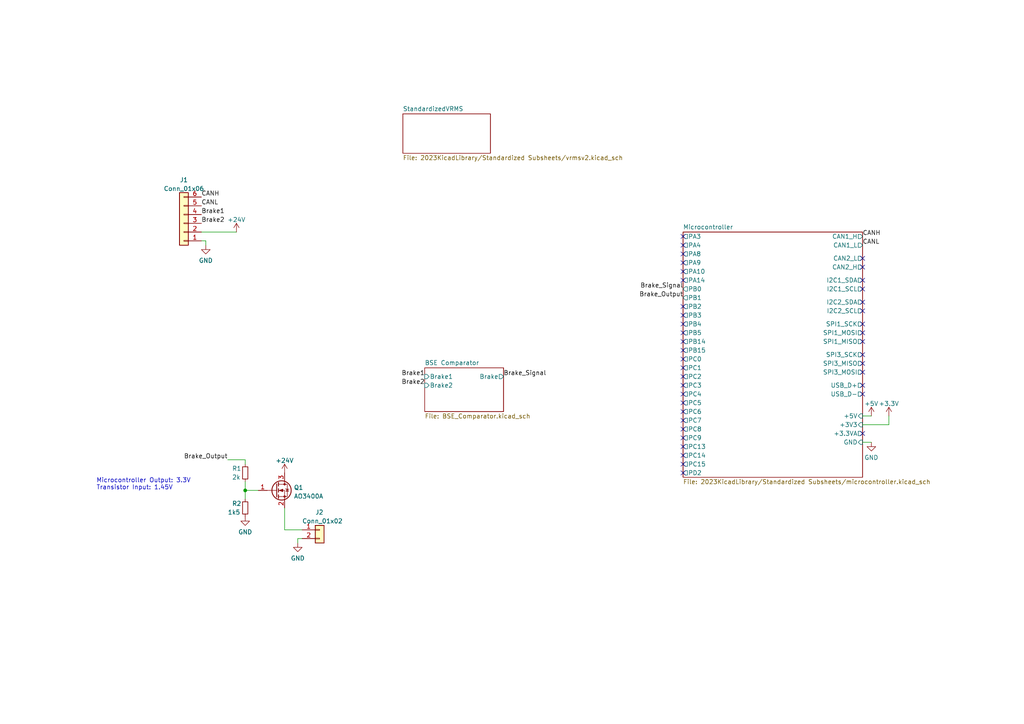
<source format=kicad_sch>
(kicad_sch (version 20211123) (generator eeschema)
  (paper "A4")
  (lib_symbols
    (symbol "Connector_Generic:Conn_01x02" (pin_names (offset 1.016) hide)
      (property "Reference" "J" (at 0 2.54 0))
      (property "Value" "Conn_01x02" (at 0 -5.08 0))
      (symbol "Conn_01x02_1_1"
        (rectangle (start -1.27 -2.413) (end 0 -2.667) (stroke (width 0.1524)))
        (rectangle (start -1.27 0.127) (end 0 -0.127) (stroke (width 0.1524)))
        (rectangle (start -1.27 1.27) (end 1.27 -3.81) (stroke (width 0.254)) (fill (type background)))
        (pin passive line (at -5.08 0 0) (length 3.81) (name "Pin_1") (number "1"))
        (pin passive line (at -5.08 -2.54 0) (length 3.81) (name "Pin_2") (number "2"))
      )
    )
    (symbol "Connector_Generic:Conn_01x06" (pin_names (offset 1.016) hide)
      (property "Reference" "J" (at 0 7.62 0))
      (property "Value" "Conn_01x06" (at 0 -10.16 0))
      (symbol "Conn_01x06_1_1"
        (rectangle (start -1.27 -7.493) (end 0 -7.747) (stroke (width 0.1524)))
        (rectangle (start -1.27 -4.953) (end 0 -5.207) (stroke (width 0.1524)))
        (rectangle (start -1.27 -2.413) (end 0 -2.667) (stroke (width 0.1524)))
        (rectangle (start -1.27 0.127) (end 0 -0.127) (stroke (width 0.1524)))
        (rectangle (start -1.27 2.667) (end 0 2.413) (stroke (width 0.1524)))
        (rectangle (start -1.27 5.207) (end 0 4.953) (stroke (width 0.1524)))
        (rectangle (start -1.27 6.35) (end 1.27 -8.89) (stroke (width 0.254)) (fill (type background)))
        (pin passive line (at -5.08 5.08 0) (length 3.81) (name "Pin_1") (number "1"))
        (pin passive line (at -5.08 2.54 0) (length 3.81) (name "Pin_2") (number "2"))
        (pin passive line (at -5.08 0 0) (length 3.81) (name "Pin_3") (number "3"))
        (pin passive line (at -5.08 -2.54 0) (length 3.81) (name "Pin_4") (number "4"))
        (pin passive line (at -5.08 -5.08 0) (length 3.81) (name "Pin_5") (number "5"))
        (pin passive line (at -5.08 -7.62 0) (length 3.81) (name "Pin_6") (number "6"))
      )
    )
    (symbol "Device:R_Small" (pin_numbers hide) (pin_names (offset 0.254) hide)
      (property "Reference" "R" (at 0.762 0.508 0))
      (property "Value" "R_Small" (at 0.762 -1.016 0))
      (symbol "R_Small_0_1"
        (rectangle (start -0.762 1.778) (end 0.762 -1.778) (stroke (width 0.2032)))
      )
      (symbol "R_Small_1_1"
        (pin passive line (at 0 2.54 270) (length 0.762) (name "~") (number "1"))
        (pin passive line (at 0 -2.54 90) (length 0.762) (name "~") (number "2"))
      )
    )
    (symbol "Transistor_FET:AO3400A" (pin_names hide)
      (property "Reference" "Q" (at 5.08 1.905 0))
      (property "Value" "AO3400A" (at 5.08 0 0))
      (symbol "AO3400A_0_1"
        (polyline (pts (xy 0.254 0) (xy -2.54 0)))
        (polyline (pts (xy 0.254 1.905) (xy 0.254 -1.905)) (stroke (width 0.254)))
        (polyline (pts (xy 0.762 -1.27) (xy 0.762 -2.286)) (stroke (width 0.254)))
        (polyline (pts (xy 0.762 0.508) (xy 0.762 -0.508)) (stroke (width 0.254)))
        (polyline (pts (xy 0.762 2.286) (xy 0.762 1.27)) (stroke (width 0.254)))
        (polyline (pts (xy 2.54 2.54) (xy 2.54 1.778)))
        (polyline (pts (xy 2.54 -2.54) (xy 2.54 0) (xy 0.762 0)))
        (polyline (pts (xy 0.762 -1.778) (xy 3.302 -1.778) (xy 3.302 1.778) (xy 0.762 1.778)))
        (polyline (pts (xy 1.016 0) (xy 2.032 0.381) (xy 2.032 -0.381) (xy 1.016 0)) (fill (type outline)))
        (polyline (pts (xy 2.794 0.508) (xy 2.921 0.381) (xy 3.683 0.381) (xy 3.81 0.254)))
        (polyline (pts (xy 3.302 0.381) (xy 2.921 -0.254) (xy 3.683 -0.254) (xy 3.302 0.381)))
        (circle (center 1.651 0) (radius 2.794) (stroke (width 0.254)))
        (circle (center 2.54 -1.778) (radius 0.254) (fill (type outline)))
        (circle (center 2.54 1.778) (radius 0.254) (fill (type outline)))
      )
      (symbol "AO3400A_1_1"
        (pin input line (at -5.08 0 0) (length 2.54) (name "G") (number "1"))
        (pin passive line (at 2.54 -5.08 90) (length 2.54) (name "S") (number "2"))
        (pin passive line (at 2.54 5.08 270) (length 2.54) (name "D") (number "3"))
      )
    )
    (symbol "power:+24V" (power) (pin_names (offset 0))
      (property "Value" "+24V" (at 0 3.556 0))
      (symbol "+24V_0_1"
        (polyline (pts (xy -0.762 1.27) (xy 0 2.54)))
        (polyline (pts (xy 0 0) (xy 0 2.54)))
        (polyline (pts (xy 0 2.54) (xy 0.762 1.27)))
      )
      (symbol "+24V_1_1"
        (pin power_in line (at 0 0 90) (length 0) hide (name "+24V") (number "1"))
      )
    )
    (symbol "power:+3.3V" (power) (pin_names (offset 0))
      (property "Value" "+3.3V" (at 0 3.556 0))
      (symbol "+3.3V_0_1"
        (polyline (pts (xy -0.762 1.27) (xy 0 2.54)))
        (polyline (pts (xy 0 0) (xy 0 2.54)))
        (polyline (pts (xy 0 2.54) (xy 0.762 1.27)))
      )
      (symbol "+3.3V_1_1"
        (pin power_in line (at 0 0 90) (length 0) hide (name "+3.3V") (number "1"))
      )
    )
    (symbol "power:+5V" (power) (pin_names (offset 0))
      (property "Value" "+5V" (at 0 3.556 0))
      (symbol "+5V_0_1"
        (polyline (pts (xy -0.762 1.27) (xy 0 2.54)))
        (polyline (pts (xy 0 0) (xy 0 2.54)))
        (polyline (pts (xy 0 2.54) (xy 0.762 1.27)))
      )
      (symbol "+5V_1_1"
        (pin power_in line (at 0 0 90) (length 0) hide (name "+5V") (number "1"))
      )
    )
    (symbol "power:GND" (power) (pin_names (offset 0))
      (property "Value" "GND" (at 0 -3.81 0))
      (symbol "GND_0_1"
        (polyline (pts (xy 0 0) (xy 0 -1.27) (xy 1.27 -1.27) (xy 0 -2.54) (xy -1.27 -1.27) (xy 0 -1.27)))
      )
      (symbol "GND_1_1"
        (pin power_in line (at 0 0 270) (length 0) hide (name "GND") (number "1"))
      )
    )
  )
  (junction (at 71.12 142.24))
  (no_connect (at 198.12 132.08))
  (no_connect (at 198.12 71.12))
  (no_connect (at 198.12 104.14))
  (no_connect (at 250.19 96.52))
  (no_connect (at 250.19 114.3))
  (no_connect (at 198.12 99.06))
  (no_connect (at 250.19 107.95))
  (no_connect (at 198.12 73.66))
  (no_connect (at 198.12 127))
  (no_connect (at 250.19 99.06))
  (no_connect (at 198.12 119.38))
  (no_connect (at 198.12 114.3))
  (no_connect (at 198.12 129.54))
  (no_connect (at 198.12 137.16))
  (no_connect (at 250.19 102.87))
  (no_connect (at 198.12 109.22))
  (no_connect (at 198.12 91.44))
  (no_connect (at 198.12 88.9))
  (no_connect (at 198.12 68.58))
  (no_connect (at 198.12 116.84))
  (no_connect (at 198.12 76.2))
  (no_connect (at 198.12 124.46))
  (no_connect (at 198.12 134.62))
  (no_connect (at 250.19 77.47))
  (no_connect (at 250.19 81.28))
  (no_connect (at 198.12 81.28))
  (no_connect (at 250.19 105.41))
  (no_connect (at 250.19 93.98))
  (no_connect (at 250.19 125.73))
  (no_connect (at 250.19 90.17))
  (no_connect (at 250.19 87.63))
  (no_connect (at 250.19 74.93))
  (no_connect (at 198.12 121.92))
  (no_connect (at 198.12 96.52))
  (no_connect (at 250.19 111.76))
  (no_connect (at 250.19 83.82))
  (no_connect (at 198.12 93.98))
  (no_connect (at 198.12 78.74))
  (no_connect (at 198.12 106.68))
  (no_connect (at 198.12 111.76))
  (no_connect (at 198.12 101.6))
  (wire (pts (xy 87.63 156.21) (xy 86.36 156.21)))
  (wire (pts (xy 58.42 67.31) (xy 68.58 67.31)))
  (wire (pts (xy 71.12 134.62) (xy 71.12 133.35)))
  (wire (pts (xy 250.19 120.65) (xy 252.73 120.65)))
  (wire (pts (xy 71.12 139.7) (xy 71.12 142.24)))
  (wire (pts (xy 71.12 142.24) (xy 71.12 144.78)))
  (wire (pts (xy 58.42 69.85) (xy 59.69 69.85)))
  (wire (pts (xy 250.19 128.27) (xy 252.73 128.27)))
  (wire (pts (xy 86.36 156.21) (xy 86.36 157.48)))
  (wire (pts (xy 59.69 69.85) (xy 59.69 71.12)))
  (wire (pts (xy 250.19 123.19) (xy 257.81 123.19)))
  (wire (pts (xy 66.04 133.35) (xy 71.12 133.35)))
  (wire (pts (xy 257.81 120.65) (xy 257.81 123.19)))
  (wire (pts (xy 82.55 153.67) (xy 87.63 153.67)))
  (wire (pts (xy 71.12 142.24) (xy 74.93 142.24)))
  (wire (pts (xy 82.55 147.32) (xy 82.55 153.67)))
  (text "Microcontroller Output: 3.3V\nTransistor Input: 1.45V" (at 27.94 142.24 0) (effects (font (size 1.27 1.27)) (justify left bottom)))
  (label "Brake_Signal" (at 198.12 83.82 180))
  (label "CANH" (at 250.19 68.58 0))
  (label "Brake_Output" (at 66.04 133.35 180))
  (label "Brake2" (at 123.19 111.76 180))
  (label "CANH" (at 58.42 57.15 0))
  (label "CANL" (at 58.42 59.69 0))
  (label "CANL" (at 250.19 71.12 0))
  (label "Brake_Output" (at 198.12 86.36 180))
  (label "Brake1" (at 123.19 109.22 180))
  (label "Brake2" (at 58.42 64.77 0))
  (label "Brake_Signal" (at 146.05 109.22 0))
  (label "Brake1" (at 58.42 62.23 0))
  (symbol (lib_id "power:GND") (at 59.69 71.12 0) (unit 1)
    (property "Reference" "#PWR01" (effects hide))
    (property "Value" "GND" (at 59.69 75.5634 0))
  )
  (symbol (lib_id "power:+3.3V") (at 257.81 120.65 0) (unit 1)
    (property "Reference" "#PWR08" (effects hide))
    (property "Value" "+3.3V" (at 257.81 117.0742 0))
  )
  (symbol (lib_id "power:+5V") (at 252.73 120.65 0) (unit 1)
    (property "Reference" "#PWR06" (effects hide))
    (property "Value" "+5V" (at 252.73 117.0742 0))
  )
  (symbol (lib_id "power:+24V") (at 82.55 137.16 0) (unit 1)
    (property "Reference" "#PWR0101" (effects hide))
    (property "Value" "+24V" (at 82.55 133.5842 0))
  )
  (symbol (lib_id "Transistor_FET:AO3400A") (at 80.01 142.24 0) (unit 1)
    (property "Reference" "Q1" (at 85.217 141.4053 0) (effects (justify left)))
    (property "Value" "AO3400A" (at 85.217 143.9422 0) (effects (justify left)))
    (property "Footprint" "Package_TO_SOT_SMD:SOT-23" (effects hide))
    (property "Datasheet" "http://www.aosmd.com/pdfs/datasheet/AO3400A.pdf" (effects hide))
  )
  (symbol (lib_id "power:GND") (at 86.36 157.48 0) (unit 1)
    (property "Reference" "#PWR05" (effects hide))
    (property "Value" "GND" (at 86.36 161.9234 0))
  )
  (symbol (lib_id "Connector_Generic:Conn_01x06") (at 53.34 64.77 180) (unit 1)
    (property "Reference" "J1" (at 53.34 52.1802 0))
    (property "Value" "Conn_01x06" (at 53.34 54.7171 0))
    (property "Footprint" "Connector_PinHeader_2.54mm:PinHeader_1x06_P2.54mm_Vertical" (effects hide))
  )
  (symbol (lib_id "Device:R_Small") (at 71.12 137.16 0) (unit 1)
    (property "Reference" "R1" (at 67.31 135.89 0) (effects (justify left)))
    (property "Value" "2k" (at 67.31 138.4269 0) (effects (justify left)))
    (property "Footprint" "Resistor_SMD:R_0603_1608Metric" (effects hide))
  )
  (symbol (lib_id "Device:R_Small") (at 71.12 147.32 0) (unit 1)
    (property "Reference" "R2" (at 67.31 146.05 0) (effects (justify left)))
    (property "Value" "1k5" (at 66.04 148.59 0) (effects (justify left)))
    (property "Footprint" "Resistor_SMD:R_0603_1608Metric" (effects hide))
  )
  (symbol (lib_id "power:GND") (at 252.73 128.27 0) (unit 1)
    (property "Reference" "#PWR07" (effects hide))
    (property "Value" "GND" (at 252.73 132.7134 0))
  )
  (symbol (lib_id "power:GND") (at 71.12 149.86 0) (unit 1)
    (property "Reference" "#PWR03" (effects hide))
    (property "Value" "GND" (at 71.12 154.3034 0))
  )
  (symbol (lib_id "Connector_Generic:Conn_01x02") (at 92.71 153.67 0) (unit 1)
    (property "Reference" "J2" (at 91.44 148.59 0) (effects (justify left)))
    (property "Value" "Conn_01x02" (at 87.63 151.13 0) (effects (justify left)))
    (property "Footprint" "Connector_PinHeader_2.54mm:PinHeader_1x02_P2.54mm_Vertical" (effects hide))
  )
  (symbol (lib_id "power:+24V") (at 68.58 67.31 0) (unit 1)
    (property "Reference" "#PWR02" (effects hide))
    (property "Value" "+24V" (at 68.58 63.7342 0))
  )
  (sheet (at 198.12 67.31) (size 52.07 71.12) (stroke (width 0.1524))
    (property "Sheet name" "Microcontroller" (at 198.12 66.5984 0) (effects (justify left bottom)))
    (property "Sheet file" "2023KicadLibrary/Standardized Subsheets/microcontroller.kicad_sch" (at 198.12 139.0146 0) (effects (justify left top)))
    (pin "PB4" output (at 198.12 93.98 180))
    (pin "PB15" output (at 198.12 101.6 180))
    (pin "PB14" output (at 198.12 99.06 180))
    (pin "PC0" output (at 198.12 104.14 180))
    (pin "PC2" output (at 198.12 109.22 180))
    (pin "PD2" output (at 198.12 137.16 180))
    (pin "PC3" output (at 198.12 111.76 180))
    (pin "PC1" output (at 198.12 106.68 180))
    (pin "PC6" output (at 198.12 119.38 180))
    (pin "PC7" output (at 198.12 121.92 180))
    (pin "PC5" output (at 198.12 116.84 180))
    (pin "PC9" output (at 198.12 127 180))
    (pin "PC8" output (at 198.12 124.46 180))
    (pin "CAN2_L" output (at 250.19 74.93 0))
    (pin "CAN2_H" output (at 250.19 77.47 0))
    (pin "GND" input (at 250.19 128.27 0))
    (pin "I2C1_SDA" output (at 250.19 81.28 0))
    (pin "+3.3VA" output (at 250.19 125.73 0))
    (pin "I2C1_SCL" output (at 250.19 83.82 0))
    (pin "+3V3" input (at 250.19 123.19 0))
    (pin "CAN1_H" output (at 250.19 68.58 0))
    (pin "CAN1_L" output (at 250.19 71.12 0))
    (pin "I2C2_SDA" output (at 250.19 87.63 0))
    (pin "I2C2_SCL" output (at 250.19 90.17 0))
    (pin "PC4" output (at 198.12 114.3 180))
    (pin "SPI3_SCK" output (at 250.19 102.87 0))
    (pin "SPI3_MISO" output (at 250.19 105.41 0))
    (pin "PC15" output (at 198.12 134.62 180))
    (pin "PC13" output (at 198.12 129.54 180))
    (pin "PC14" output (at 198.12 132.08 180))
    (pin "SPI3_MOSI" output (at 250.19 107.95 0))
    (pin "PB0" output (at 198.12 83.82 180))
    (pin "PB2" output (at 198.12 88.9 180))
    (pin "PA14" output (at 198.12 81.28 180))
    (pin "PB1" output (at 198.12 86.36 180))
    (pin "PB3" output (at 198.12 91.44 180))
    (pin "PA3" output (at 198.12 68.58 180))
    (pin "PB5" output (at 198.12 96.52 180))
    (pin "USB_D-" output (at 250.19 114.3 0))
    (pin "USB_D+" output (at 250.19 111.76 0))
    (pin "PA8" output (at 198.12 73.66 180))
    (pin "PA10" output (at 198.12 78.74 180))
    (pin "PA9" output (at 198.12 76.2 180))
    (pin "SPI1_MOSI" output (at 250.19 96.52 0))
    (pin "SPI1_SCK" output (at 250.19 93.98 0))
    (pin "SPI1_MISO" output (at 250.19 99.06 0))
    (pin "PA4" output (at 198.12 71.12 180))
    (pin "+5V" input (at 250.19 120.65 0))
  )
  (sheet (at 116.84 33.02) (size 25.4 11.43) (stroke (width 0.1524))
    (property "Sheet name" "StandardizedVRMS" (at 116.84 32.3084 0) (effects (justify left bottom)))
    (property "Sheet file" "2023KicadLibrary/Standardized Subsheets/vrmsv2.kicad_sch" (at 116.84 45.0346 0) (effects (justify left top)))
  )
  (sheet (at 123.19 106.68) (size 22.86 12.7) (stroke (width 0.1524))
    (property "Sheet name" "BSE Comparator" (at 123.19 105.9684 0) (effects (justify left bottom)))
    (property "Sheet file" "BSE_Comparator.kicad_sch" (at 123.19 119.9646 0) (effects (justify left top)))
    (pin "Brake1" input (at 123.19 109.22 180))
    (pin "Brake" output (at 146.05 109.22 0))
    (pin "Brake2" input (at 123.19 111.76 180))
  )
)
</source>
